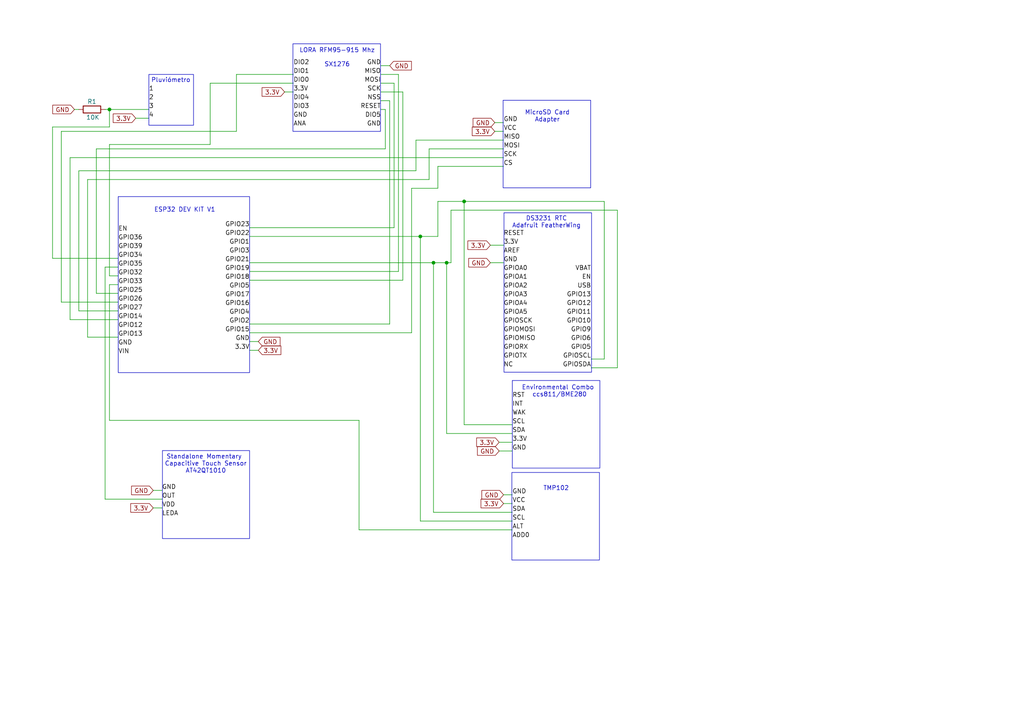
<source format=kicad_sch>
(kicad_sch (version 20231120) (generator "eeschema") (generator_version "8.0")
  (paper "A4")
  (lib_symbols
    (symbol "Device:R" (pin_numbers hide) (pin_names (offset 0))
      (property "Reference" "R" (at 2.032 0 90))
      (property "Value" "R" (at 0 0 90))
      (symbol "R_0_1"
        (rectangle (start -1.016 -2.54) (end 1.016 2.54) (stroke (width 0.254)))
      )
      (symbol "R_1_1"
        (pin passive line (at 0 3.81 270) (length 1.27) (name "~") (number "1"))
        (pin passive line (at 0 -3.81 90) (length 1.27) (name "~") (number "2"))
      )
    )
  )
  (junction (at 125.73 76.2))
  (junction (at 31.75 31.75))
  (junction (at 129.54 76.2))
  (junction (at 121.92 68.58))
  (junction (at 134.62 58.42))
  (wire (pts (xy 110.49 21.59) (xy 115.57 21.59)))
  (wire (pts (xy 148.59 151.13) (xy 121.92 151.13)))
  (wire (pts (xy 134.62 58.42) (xy 134.62 123.19)))
  (wire (pts (xy 121.92 68.58) (xy 72.39 68.58)))
  (wire (pts (xy 22.86 49.53) (xy 120.65 49.53)))
  (wire (pts (xy 44.45 142.24) (xy 46.99 142.24)))
  (wire (pts (xy 110.49 26.67) (xy 116.84 26.67)))
  (wire (pts (xy 104.14 153.67) (xy 148.59 153.67)))
  (wire (pts (xy 127 48.26) (xy 146.05 48.26)))
  (wire (pts (xy 120.65 40.64) (xy 120.65 49.53)))
  (wire (pts (xy 34.29 82.55) (xy 31.75 82.55)))
  (wire (pts (xy 171.45 106.68) (xy 179.07 106.68)))
  (wire (pts (xy 31.75 31.75) (xy 43.18 31.75)))
  (wire (pts (xy 125.73 76.2) (xy 72.39 76.2)))
  (wire (pts (xy 17.78 38.1) (xy 68.58 38.1)))
  (wire (pts (xy 21.59 31.75) (xy 22.86 31.75)))
  (wire (pts (xy 143.51 35.56) (xy 146.05 35.56)))
  (wire (pts (xy 119.38 96.52) (xy 72.39 96.52)))
  (wire (pts (xy 144.78 128.27) (xy 148.59 128.27)))
  (wire (pts (xy 72.39 93.98) (xy 113.03 93.98)))
  (wire (pts (xy 110.49 19.05) (xy 113.03 19.05)))
  (wire (pts (xy 20.32 45.72) (xy 146.05 45.72)))
  (wire (pts (xy 134.62 58.42) (xy 175.26 58.42)))
  (wire (pts (xy 130.81 76.2) (xy 129.54 76.2)))
  (wire (pts (xy 115.57 21.59) (xy 115.57 78.74)))
  (wire (pts (xy 111.76 31.75) (xy 110.49 31.75)))
  (wire (pts (xy 114.3 66.04) (xy 72.39 66.04)))
  (wire (pts (xy 129.54 76.2) (xy 129.54 125.73)))
  (wire (pts (xy 31.75 82.55) (xy 31.75 121.92)))
  (wire (pts (xy 27.94 85.09) (xy 34.29 85.09)))
  (wire (pts (xy 15.24 36.83) (xy 15.24 74.93)))
  (wire (pts (xy 130.81 60.96) (xy 179.07 60.96)))
  (wire (pts (xy 144.78 130.81) (xy 148.59 130.81)))
  (wire (pts (xy 146.05 143.51) (xy 148.59 143.51)))
  (wire (pts (xy 39.37 34.29) (xy 43.18 34.29)))
  (wire (pts (xy 68.58 38.1) (xy 68.58 21.59)))
  (wire (pts (xy 129.54 125.73) (xy 148.59 125.73)))
  (wire (pts (xy 22.86 49.53) (xy 22.86 90.17)))
  (wire (pts (xy 130.81 60.96) (xy 130.81 76.2)))
  (wire (pts (xy 20.32 92.71) (xy 34.29 92.71)))
  (wire (pts (xy 30.48 144.78) (xy 30.48 77.47)))
  (wire (pts (xy 22.86 90.17) (xy 34.29 90.17)))
  (wire (pts (xy 146.05 43.18) (xy 124.46 43.18)))
  (wire (pts (xy 110.49 29.21) (xy 113.03 29.21)))
  (wire (pts (xy 31.75 36.83) (xy 15.24 36.83)))
  (wire (pts (xy 114.3 24.13) (xy 114.3 66.04)))
  (wire (pts (xy 25.4 52.07) (xy 25.4 97.79)))
  (wire (pts (xy 31.75 121.92) (xy 104.14 121.92)))
  (wire (pts (xy 179.07 60.96) (xy 179.07 106.68)))
  (wire (pts (xy 113.03 93.98) (xy 113.03 29.21)))
  (wire (pts (xy 119.38 54.61) (xy 119.38 96.52)))
  (wire (pts (xy 20.32 45.72) (xy 20.32 92.71)))
  (wire (pts (xy 116.84 81.28) (xy 72.39 81.28)))
  (wire (pts (xy 142.24 71.12) (xy 146.05 71.12)))
  (wire (pts (xy 31.75 80.01) (xy 34.29 80.01)))
  (wire (pts (xy 25.4 52.07) (xy 124.46 52.07)))
  (wire (pts (xy 110.49 24.13) (xy 114.3 24.13)))
  (wire (pts (xy 142.24 76.2) (xy 146.05 76.2)))
  (wire (pts (xy 44.45 147.32) (xy 46.99 147.32)))
  (wire (pts (xy 111.76 43.18) (xy 111.76 31.75)))
  (wire (pts (xy 31.75 41.91) (xy 31.75 80.01)))
  (wire (pts (xy 127 68.58) (xy 121.92 68.58)))
  (wire (pts (xy 125.73 148.59) (xy 125.73 76.2)))
  (wire (pts (xy 60.96 24.13) (xy 60.96 41.91)))
  (wire (pts (xy 17.78 87.63) (xy 34.29 87.63)))
  (wire (pts (xy 30.48 31.75) (xy 31.75 31.75)))
  (wire (pts (xy 60.96 41.91) (xy 31.75 41.91)))
  (wire (pts (xy 124.46 43.18) (xy 124.46 52.07)))
  (wire (pts (xy 72.39 101.6) (xy 74.93 101.6)))
  (wire (pts (xy 104.14 121.92) (xy 104.14 153.67)))
  (wire (pts (xy 27.94 43.18) (xy 111.76 43.18)))
  (wire (pts (xy 82.55 26.67) (xy 85.09 26.67)))
  (wire (pts (xy 134.62 123.19) (xy 148.59 123.19)))
  (wire (pts (xy 146.05 40.64) (xy 120.65 40.64)))
  (wire (pts (xy 68.58 21.59) (xy 85.09 21.59)))
  (wire (pts (xy 46.99 144.78) (xy 30.48 144.78)))
  (wire (pts (xy 127 54.61) (xy 119.38 54.61)))
  (wire (pts (xy 25.4 97.79) (xy 34.29 97.79)))
  (wire (pts (xy 127 58.42) (xy 134.62 58.42)))
  (wire (pts (xy 27.94 43.18) (xy 27.94 85.09)))
  (wire (pts (xy 31.75 36.83) (xy 31.75 31.75)))
  (wire (pts (xy 175.26 58.42) (xy 175.26 104.14)))
  (wire (pts (xy 116.84 26.67) (xy 116.84 81.28)))
  (wire (pts (xy 146.05 146.05) (xy 148.59 146.05)))
  (wire (pts (xy 127 58.42) (xy 127 68.58)))
  (wire (pts (xy 15.24 74.93) (xy 34.29 74.93)))
  (wire (pts (xy 85.09 24.13) (xy 60.96 24.13)))
  (wire (pts (xy 115.57 78.74) (xy 72.39 78.74)))
  (wire (pts (xy 143.51 38.1) (xy 146.05 38.1)))
  (wire (pts (xy 148.59 148.59) (xy 125.73 148.59)))
  (wire (pts (xy 72.39 99.06) (xy 74.93 99.06)))
  (wire (pts (xy 121.92 151.13) (xy 121.92 68.58)))
  (wire (pts (xy 175.26 104.14) (xy 171.45 104.14)))
  (wire (pts (xy 30.48 77.47) (xy 34.29 77.47)))
  (wire (pts (xy 127 54.61) (xy 127 48.26)))
  (wire (pts (xy 17.78 38.1) (xy 17.78 87.63)))
  (wire (pts (xy 129.54 76.2) (xy 125.73 76.2)))
  (rectangle (start 47.117 130.683) (end 72.39 156.21))
  (rectangle (start 148.463 137.033) (end 173.863 162.433))
  (rectangle (start 148.59 110.363) (end 173.99 135.763))
  (rectangle (start 146.177 61.722) (end 171.577 107.95))
  (rectangle (start 84.963 12.7) (end 110.363 38.1))
  (rectangle (start 43.18 21.59) (end 56.134 36.322))
  (rectangle (start 34.29 57.023) (end 72.39 108.077))
  (rectangle (start 145.923 29.083) (end 171.323 54.483))
  (text "Environmental Combo \nccs811/BME280" (at 162.306 113.538 0) (effects (font (size 1.27 1.27))))
  (text "ESP32 DEV KIT V1\n" (at 53.594 60.96 0) (effects (font (size 1.27 1.27))))
  (text "DS3231 RTC\nAdafruit FeatherWing" (at 158.496 64.516 0) (effects (font (size 1.27 1.27))))
  (text "TMP102\n" (at 161.29 141.732 0) (effects (font (size 1.27 1.27))))
  (text "Standalone Momentary \nCapacitive Touch Sensor\nAT42QT1010" (at 59.69 134.62 0) (effects (font (size 1.27 1.27))))
  (text "MicroSD Card\nAdapter\n" (at 158.75 33.782 0) (effects (font (size 1.27 1.27))))
  (text "Pluviómetro " (at 50.038 23.368 0) (effects (font (size 1.27 1.27))))
  (text "LORA RFM95-915 Mhz\n\nSX1276" (at 97.79 16.764 0) (effects (font (size 1.27 1.27))))
  (label "GPIOMOSI" (at 146.05 96.52 0))
  (label "ADD0" (at 148.59 156.21 0))
  (label "3.3V" (at 85.09 26.67 0))
  (label "GPIO10" (at 171.45 93.98 180))
  (label "GPIO1" (at 72.39 71.12 180))
  (label "GND" (at 110.49 19.05 180))
  (label "DIO3" (at 85.09 31.75 0))
  (label "SCK" (at 146.05 45.72 0))
  (label "VCC" (at 148.59 146.05 0))
  (label "DIO2" (at 85.09 19.05 0))
  (label "GPIOTX" (at 146.05 104.14 0))
  (label "GPIORX" (at 146.05 101.6 0))
  (label "DIO1" (at 85.09 21.59 0))
  (label "GPIO12" (at 171.45 88.9 180))
  (label "VBAT" (at 171.45 78.74 180))
  (label "GPIOSCK" (at 146.05 93.98 0))
  (label "GND" (at 148.59 130.81 0))
  (label "MISO" (at 110.49 21.59 180))
  (label "ALT" (at 148.59 153.67 0))
  (label "WAK" (at 148.59 120.65 0))
  (label "VCC" (at 146.05 38.1 0))
  (label "GND" (at 34.29 100.33 0))
  (label "SDA" (at 148.59 125.73 0))
  (label "AREF" (at 146.05 73.66 0))
  (label "GPIO21" (at 72.39 76.2 180))
  (label "GND" (at 146.05 35.56 0))
  (label "GND" (at 46.99 142.24 0))
  (label "GPIO12" (at 34.29 95.25 0))
  (label "GND" (at 72.39 99.06 180))
  (label "GPIO15" (at 72.39 96.52 180))
  (label "GND" (at 110.49 36.83 180))
  (label "GPIOSDA" (at 171.45 106.68 180))
  (label "GPIO22" (at 72.39 68.58 180))
  (label "SDA" (at 148.59 148.59 0))
  (label "GPIO23" (at 72.39 66.04 180))
  (label "DIO4" (at 85.09 29.21 0))
  (label "GND" (at 148.59 143.51 0))
  (label "GPIOA1" (at 146.05 81.28 0))
  (label "EN" (at 171.45 81.28 180))
  (label "4" (at 43.18 34.29 0))
  (label "RESET" (at 110.49 31.75 180))
  (label "1" (at 43.18 26.67 0))
  (label "CS" (at 146.05 48.26 0))
  (label "DIO5" (at 110.49 34.29 180))
  (label "INT" (at 148.59 118.11 0))
  (label "GND" (at 85.09 34.29 0))
  (label "3.3V" (at 72.39 101.6 180))
  (label "RESET" (at 146.05 68.58 0))
  (label "3.3V" (at 148.59 128.27 0))
  (label "GPIO13" (at 171.45 86.36 180))
  (label "EN" (at 34.29 67.31 0))
  (label "GPIO26" (at 34.29 87.63 0))
  (label "GPIO19" (at 72.39 78.74 180))
  (label "GPIO5" (at 171.45 101.6 180))
  (label "GPIO11" (at 171.45 91.44 180))
  (label "GPIO9" (at 171.45 96.52 180))
  (label "GPIOMISO" (at 146.05 99.06 0))
  (label "GPIO16" (at 72.39 88.9 180))
  (label "LEDA" (at 46.99 149.86 0))
  (label "3.3V" (at 146.05 71.12 0))
  (label "GPIO35" (at 34.29 77.47 0))
  (label "NSS" (at 110.49 29.21 180))
  (label "MOSI" (at 146.05 43.18 0))
  (label "GPIO34" (at 34.29 74.93 0))
  (label "GPIO27" (at 34.29 90.17 0))
  (label "GPIO32" (at 34.29 80.01 0))
  (label "NC" (at 146.05 106.68 0))
  (label "ANA" (at 85.09 36.83 0))
  (label "GND" (at 146.05 76.2 0))
  (label "GPIO4" (at 72.39 91.44 180))
  (label "GPIO6" (at 171.45 99.06 180))
  (label "GPIO14" (at 34.29 92.71 0))
  (label "SCL" (at 148.59 123.19 0))
  (label "GPIOSCL" (at 171.45 104.14 180))
  (label "GPIOA5" (at 146.05 91.44 0))
  (label "GPIO18" (at 72.39 81.28 180))
  (label "GPIO25" (at 34.29 85.09 0))
  (label "3" (at 43.18 31.75 0))
  (label "GPIO36" (at 34.29 69.85 0))
  (label "DIO0" (at 85.09 24.13 0))
  (label "GPIO33" (at 34.29 82.55 0))
  (label "GPIO13" (at 34.29 97.79 0))
  (label "MISO" (at 146.05 40.64 0))
  (label "GPIO5" (at 72.39 83.82 180))
  (label "GPIO3" (at 72.39 73.66 180))
  (label "RST" (at 148.59 115.57 0))
  (label "SCK" (at 110.49 26.67 180))
  (label "VDD" (at 46.99 147.32 0))
  (label "2" (at 43.18 29.21 0))
  (label "GPIOA3" (at 146.05 86.36 0))
  (label "VIN" (at 34.29 102.87 0))
  (label "GPIO39" (at 34.29 72.39 0))
  (label "GPIO2" (at 72.39 93.98 180))
  (label "SCL" (at 148.59 151.13 0))
  (label "GPIOA0" (at 146.05 78.74 0))
  (label "GPIO17" (at 72.39 86.36 180))
  (label "OUT" (at 46.99 144.78 0))
  (label "MOSI" (at 110.49 24.13 180))
  (label "GPIOA4" (at 146.05 88.9 0))
  (label "USB" (at 171.45 83.82 180))
  (label "GPIOA2" (at 146.05 83.82 0))
  (global_label "GND" (shape input) (at 113.03 19.05 0) (property "Intersheetrefs" "${INTERSHEET_REFS}" (effects (hide yes))))
  (global_label "GND" (shape input) (at 142.24 76.2 180) (property "Intersheetrefs" "${INTERSHEET_REFS}" (effects (hide yes))))
  (global_label "3.3V" (shape input) (at 146.05 146.05 180) (property "Intersheetrefs" "${INTERSHEET_REFS}" (effects (hide yes))))
  (global_label "GND" (shape input) (at 146.05 143.51 180) (property "Intersheetrefs" "${INTERSHEET_REFS}" (effects (hide yes))))
  (global_label "GND" (shape input) (at 74.93 99.06 0) (property "Intersheetrefs" "${INTERSHEET_REFS}" (effects (hide yes))))
  (global_label "3.3V" (shape input) (at 44.45 147.32 180) (property "Intersheetrefs" "${INTERSHEET_REFS}" (effects (hide yes))))
  (global_label "3.3V" (shape input) (at 82.55 26.67 180) (property "Intersheetrefs" "${INTERSHEET_REFS}" (effects (hide yes))))
  (global_label "GND" (shape input) (at 44.45 142.24 180) (property "Intersheetrefs" "${INTERSHEET_REFS}" (effects (hide yes))))
  (global_label "3.3V" (shape input) (at 39.37 34.29 180) (property "Intersheetrefs" "${INTERSHEET_REFS}" (effects (hide yes))))
  (global_label "GND" (shape input) (at 144.78 130.81 180) (property "Intersheetrefs" "${INTERSHEET_REFS}" (effects (hide yes))))
  (global_label "3.3V" (shape input) (at 74.93 101.6 0) (property "Intersheetrefs" "${INTERSHEET_REFS}" (effects (hide yes))))
  (global_label "3.3V" (shape input) (at 142.24 71.12 180) (property "Intersheetrefs" "${INTERSHEET_REFS}" (effects (hide yes))))
  (global_label "3.3V" (shape input) (at 144.78 128.27 180) (property "Intersheetrefs" "${INTERSHEET_REFS}" (effects (hide yes))))
  (global_label "GND" (shape input) (at 143.51 35.56 180) (property "Intersheetrefs" "${INTERSHEET_REFS}" (effects (hide yes))))
  (global_label "GND" (shape input) (at 21.59 31.75 180) (property "Intersheetrefs" "${INTERSHEET_REFS}" (effects (hide yes))))
  (global_label "3.3V" (shape input) (at 143.51 38.1 180) (property "Intersheetrefs" "${INTERSHEET_REFS}" (effects (hide yes))))
  (symbol (lib_id "Device:R") (at 26.67 31.75 270) (unit 1)
    (property "Reference" "R1" (at 26.67 29.464 90))
    (property "Value" "10K" (at 26.924 34.036 90))
    (property "Description" "Resistor" (effects (hide yes)))
  )
)
</source>
